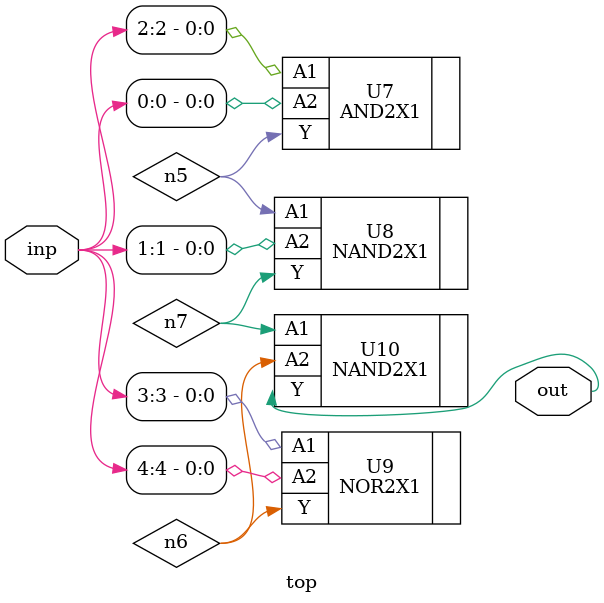
<source format=sv>


module top ( inp, out );
  input [4:0] inp;
  output out;
  wire   n5, n6, n7;

  AND2X1 U7 ( .A1(inp[2]), .A2(inp[0]), .Y(n5) );
  NAND2X1 U8 ( .A1(n5), .A2(inp[1]), .Y(n7) );
  NOR2X1 U9 ( .A1(inp[3]), .A2(inp[4]), .Y(n6) );
  NAND2X1 U10 ( .A1(n7), .A2(n6), .Y(out) );
endmodule


</source>
